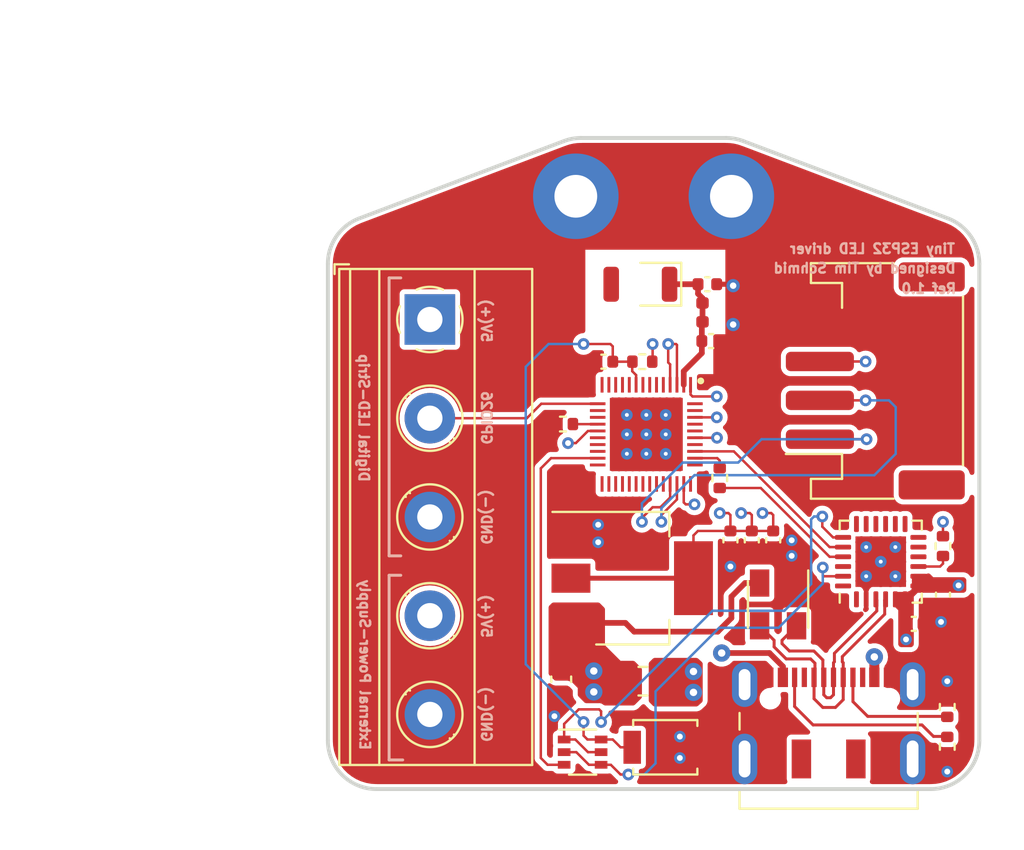
<source format=kicad_pcb>
(kicad_pcb (version 20211014) (generator pcbnew)
  (layers (0 "F.Cu" signal "Front") (1 "In1.Cu" power) (2 "In2.Cu" power) (31 "B.Cu" signal "Back") (34 "B.Paste" user) (35 "F.Paste" user) (36 "B.SilkS" user "B.Silkscreen") (37 "F.SilkS" user "F.Silkscreen") (38 "B.Mask" user) (39 "F.Mask" user) (44 "Edge.Cuts" user))
  (net 0 "")
  (net 2 "GND")
  (net 3 "/ESP32-U4WDH/ANTENNA")
  (net 4 "EN")
  (net 5 "+3V3")
  (net 6 "D-")
  (net 17 "/ESP32-U4WDH/MTDI")
  (net 21 "GPIO0")
  (net 33 "SCL")
  (net 34 "SDA")
  (net 37 "U0RXD")
  (net 38 "U0TXD")
  (net 44 "+5V")
  (net 46 "/5V to 3.3V Power/VBUS")
  (net 48 "/USB to UART /RTS")
  (net 49 "/USB to UART /DTR")
  (net 50 "/5V to 3.3V Power/CC1")
  (net 51 "/5V to 3.3V Power/CC2")
  (net 52 "/USB to UART /RST")
  (net 53 "/USB to UART /TXD")
  (net 54 "D+")
  (net 67 "GPIO26")
  (footprint "Capacitor_SMD:C_0402_1005Metric" (layer "F.Cu") (at 141.765 82.025)
    (fp_text reference "C1" hide)
    (fp_text value "8p")
    (pad "1" smd roundrect locked (at -0.48 0) (size 0.56 0.62) (layers "F.Cu" "F.Paste" "F.Mask") (net 3 "/ESP32-U4WDH/ANTENNA"))
    (pad "2" smd roundrect locked (at 0.48 0) (size 0.56 0.62) (layers "F.Cu" "F.Paste" "F.Mask") (net 2 "GND"))
  )
  (footprint "TerminalBlock_Phoenix:TerminalBlock_Phoenix_MKDS-1,5-5-5.08_1x05_P5.08mm_Horizontal" (layer "F.Cu") (at 127.495 83.84 -90)
    (fp_text reference "J2" hide)
    (fp_text value "Screw_Terminal_01x05")
    (pad "1" thru_hole rect locked (at 0 0 270) (size 2.6 2.6) (drill 1.3) (layers *.Cu *.Mask) (net 44 "+5V"))
    (pad "2" thru_hole circle locked (at 5.08 0 270) (size 2.6 2.6) (drill 1.3) (layers *.Cu *.Mask) (net 67 "GPIO26"))
    (pad "3" thru_hole circle locked (at 10.16 0 270) (size 2.6 2.6) (drill 1.3) (layers *.Cu *.Mask) (net 2 "GND"))
    (pad "4" thru_hole circle locked (at 15.24 0 270) (size 2.6 2.6) (drill 1.3) (layers *.Cu *.Mask) (net 44 "+5V"))
    (pad "5" thru_hole circle locked (at 20.32 0 270) (size 2.6 2.6) (drill 1.3) (layers *.Cu *.Mask) (net 2 "GND"))
  )
  (footprint "RF_Antenna:YAGEO_ANT3216LL00R2400A" (layer "F.Cu") (at 138.32 82.025 180)
    (fp_text reference "A1" hide)
    (fp_text value "YAGEO_ANT3216LL00R2400A")
    (pad "1" smd roundrect (at -1.5 0 180) (size 0.8 1.8) (layers "F.Cu" "F.Paste" "F.Mask") (net 3 "/ESP32-U4WDH/ANTENNA"))
    (pad "2" smd roundrect (at 1.5 0 180) (size 0.8 1.8) (layers "F.Cu" "F.Paste" "F.Mask"))
  )
  (footprint "Package_TO_SOT_SMD:SOT-143" (layer "F.Cu") (at 145.4 98.5 -90)
    (fp_text reference "D1" hide)
    (fp_text value "SP0503BAHT")
    (pad "1" smd rect locked (at -1.1 -0.77 180) (size 1.2 1.4) (layers "F.Cu" "F.Paste" "F.Mask") (net 2 "GND"))
    (pad "2" smd rect locked (at -1.1 0.95 180) (size 1 1.4) (layers "F.Cu" "F.Paste" "F.Mask") (net 44 "+5V"))
    (pad "3" smd rect locked (at 1.1 0.95 180) (size 1 1.4) (layers "F.Cu" "F.Paste" "F.Mask") (net 6 "D-"))
    (pad "4" smd rect locked (at 1.1 -0.95 180) (size 1 1.4) (layers "F.Cu" "F.Paste" "F.Mask") (net 54 "D+"))
  )
  (footprint "Package_DFN_QFN:QFN-24-1EP_4x4mm_P0.5mm_EP2.6x2.6mm" (layer "F.Cu") (at 150.68 96.3 90)
    (fp_text reference "U1" hide)
    (fp_text value "CP2102N-Axx-xQFN24")
    (pad "1" smd roundrect (at -1.9375 -1.25 90) (size 0.825 0.25) (layers "F.Cu" "F.Paste" "F.Mask"))
    (pad "2" smd roundrect (at -1.9375 -0.75 90) (size 0.825 0.25) (layers "F.Cu" "F.Paste" "F.Mask") (net 2 "GND"))
    (pad "3" smd roundrect (at -1.9375 -0.25 90) (size 0.825 0.25) (layers "F.Cu" "F.Paste" "F.Mask") (net 54 "D+"))
    (pad "4" smd roundrect (at -1.9375 0.25 90) (size 0.825 0.25) (layers "F.Cu" "F.Paste" "F.Mask") (net 6 "D-"))
    (pad "5" smd roundrect (at -1.9375 0.75 90) (size 0.825 0.25) (layers "F.Cu" "F.Paste" "F.Mask") (net 5 "+3V3"))
    (pad "6" smd roundrect (at -1.9375 1.25 90) (size 0.825 0.25) (layers "F.Cu" "F.Paste" "F.Mask") (net 5 "+3V3"))
    (pad "7" smd roundrect (at -1.25 1.9375 90) (size 0.25 0.825) (layers "F.Cu" "F.Paste" "F.Mask") (net 5 "+3V3"))
    (pad "8" smd roundrect (at -0.75 1.9375 90) (size 0.25 0.825) (layers "F.Cu" "F.Paste" "F.Mask") (net 5 "+3V3"))
    (pad "9" smd roundrect (at -0.25 1.9375 90) (size 0.25 0.825) (layers "F.Cu" "F.Paste" "F.Mask") (net 52 "/USB to UART /RST"))
    (pad "10" smd roundrect (at 0.25 1.9375 90) (size 0.25 0.825) (layers "F.Cu" "F.Paste" "F.Mask"))
    (pad "11" smd roundrect (at 0.75 1.9375 90) (size 0.25 0.825) (layers "F.Cu" "F.Paste" "F.Mask"))
    (pad "12" smd roundrect (at 1.25 1.9375 90) (size 0.25 0.825) (layers "F.Cu" "F.Paste" "F.Mask"))
    (pad "13" smd roundrect (at 1.9375 1.25 90) (size 0.825 0.25) (layers "F.Cu" "F.Paste" "F.Mask"))
    (pad "14" smd roundrect (at 1.9375 0.75 90) (size 0.825 0.25) (layers "F.Cu" "F.Paste" "F.Mask"))
    (pad "15" smd roundrect (at 1.9375 0.25 90) (size 0.825 0.25) (layers "F.Cu" "F.Paste" "F.Mask"))
    (pad "16" smd roundrect (at 1.9375 -0.25 90) (size 0.825 0.25) (layers "F.Cu" "F.Paste" "F.Mask"))
    (pad "17" smd roundrect (at 1.9375 -0.75 90) (size 0.825 0.25) (layers "F.Cu" "F.Paste" "F.Mask"))
    (pad "18" smd roundrect (at 1.9375 -1.25 90) (size 0.825 0.25) (layers "F.Cu" "F.Paste" "F.Mask"))
    (pad "19" smd roundrect (at 1.25 -1.9375 90) (size 0.25 0.825) (layers "F.Cu" "F.Paste" "F.Mask") (net 48 "/USB to UART /RTS"))
    (pad "20" smd roundrect (at 0.75 -1.9375 90) (size 0.25 0.825) (layers "F.Cu" "F.Paste" "F.Mask") (net 38 "U0TXD"))
    (pad "21" smd roundrect (at 0.25 -1.9375 90) (size 0.25 0.825) (layers "F.Cu" "F.Paste" "F.Mask") (net 53 "/USB to UART /TXD"))
    (pad "22" smd roundrect (at -0.25 -1.9375 90) (size 0.25 0.825) (layers "F.Cu" "F.Paste" "F.Mask"))
    (pad "23" smd roundrect (at -0.75 -1.9375 90) (size 0.25 0.825) (layers "F.Cu" "F.Paste" "F.Mask") (net 49 "/USB to UART /DTR"))
    (pad "24" smd roundrect (at -1.25 -1.9375 90) (size 0.25 0.825) (layers "F.Cu" "F.Paste" "F.Mask"))
    (pad "25" thru_hole circle (at 0.75 0.75 90) (size 0.6 0.6) (drill 0.2) (layers *.Cu *.Mask) (net 2 "GND"))
    (pad "25" thru_hole circle (at 0 0 90) (size 0.6 0.6) (drill 0.2) (layers *.Cu *.Mask) (net 2 "GND"))
    (pad "25" thru_hole circle (at 0.75 -0.75 90) (size 0.6 0.6) (drill 0.2) (layers *.Cu *.Mask) (net 2 "GND"))
    (pad "25" thru_hole circle (at -0.75 -0.75 90) (size 0.6 0.6) (drill 0.2) (layers *.Cu *.Mask) (net 2 "GND"))
    (pad "25" thru_hole circle (at -0.75 0.75 90) (size 0.6 0.6) (drill 0.2) (layers *.Cu *.Mask) (net 2 "GND"))
    (pad "25" smd rect (at 0 0 90) (size 2.6 2.6) (layers "F.Cu" "F.Mask") (net 2 "GND"))
  )
  (footprint "Button_Switch_SMD:SW_SPST_B3U-1000P" (layer "F.Cu") (at 139.6 105.85)
    (fp_text reference "SW1" hide)
    (fp_text value "SW_Push")
    (pad "1" smd rect locked (at -1.7 0) (size 0.9 1.7) (layers "F.Cu" "F.Paste" "F.Mask") (net 4 "EN"))
    (pad "2" smd rect locked (at 1.7 0) (size 0.9 1.7) (layers "F.Cu" "F.Paste" "F.Mask") (net 2 "GND"))
  )
  (footprint "Capacitor_SMD:C_0402_1005Metric" (layer "F.Cu") (at 142.95 95.2 -90)
    (fp_text reference "C7" hide)
    (fp_text value "10u")
    (pad "1" smd roundrect locked (at -0.48 0 270) (size 0.56 0.62) (layers "F.Cu" "F.Paste" "F.Mask") (net 5 "+3V3"))
    (pad "2" smd roundrect locked (at 0.48 0 270) (size 0.56 0.62) (layers "F.Cu" "F.Paste" "F.Mask") (net 2 "GND"))
  )
  (footprint "MountingHole:MountingHole_2.2mm_M2_Pad" (layer "F.Cu") (at 135 77.5)
    (fp_text reference "H1" hide)
    (fp_text value "MountingHole_Pad")
    (pad "1" thru_hole circle locked (at 0 0) (size 4.4 4.4) (drill 2.2) (layers *.Cu *.Mask) (net 2 "GND"))
  )
  (footprint "Resistor_SMD:R_0402_1005Metric" (layer "F.Cu") (at 154.1 105.825 -90)
    (fp_text reference "R7" hide)
    (fp_text value "5.11K")
    (pad "1" smd roundrect locked (at -0.51 0 270) (size 0.54 0.64) (layers "F.Cu" "F.Paste" "F.Mask") (net 50 "/5V to 3.3V Power/CC1"))
    (pad "2" smd roundrect locked (at 0.51 0 270) (size 0.54 0.64) (layers "F.Cu" "F.Paste" "F.Mask") (net 2 "GND"))
  )
  (footprint "Resistor_SMD:R_0402_1005Metric" (layer "F.Cu") (at 138.42 86.01 180)
    (fp_text reference "R1" hide)
    (fp_text value "100k")
    (pad "1" smd roundrect locked (at -0.51 0 180) (size 0.54 0.64) (layers "F.Cu" "F.Paste" "F.Mask") (net 5 "+3V3"))
    (pad "2" smd roundrect locked (at 0.51 0 180) (size 0.54 0.64) (layers "F.Cu" "F.Paste" "F.Mask") (net 4 "EN"))
  )
  (footprint "Capacitor_SMD:C_0402_1005Metric" (layer "F.Cu") (at 136.42 86.01 180)
    (fp_text reference "C3" hide)
    (fp_text value "100n")
    (pad "1" smd roundrect locked (at -0.48 0 180) (size 0.56 0.62) (layers "F.Cu" "F.Paste" "F.Mask") (net 4 "EN"))
    (pad "2" smd roundrect locked (at 0.48 0 180) (size 0.56 0.62) (layers "F.Cu" "F.Paste" "F.Mask") (net 2 "GND"))
  )
  (footprint "Connector_USB:USB_C_Receptacle_JAE_DX07S016JA1R1500" (layer "F.Cu") (at 148 105.3)
    (fp_text reference "J1" hide)
    (fp_text value "USB_C_Receptacle_USB2.0")
    (pad "" np_thru_hole circle locked (at -3 -1.95) (size 0.6 0.6) (drill 0.6) (layers F&B.Cu *.Mask))
    (pad "" smd rect locked (at 1.4 1.15) (size 1 2) (layers "F.Cu" "F.Paste" "F.Mask"))
    (pad "" np_thru_hole oval locked (at 3 -1.95) (size 0.85 0.6) (drill oval 0.85 0.6) (layers F&B.Cu *.Mask))
    (pad "" smd rect locked (at -1.4 1.15) (size 1 2) (layers "F.Cu" "F.Paste" "F.Mask"))
    (pad "A1" smd rect locked (at -3.1 -3.05) (size 0.52 1) (layers "F.Cu" "F.Paste" "F.Mask") (net 2 "GND"))
    (pad "A4" smd rect locked (at -2.35 -3.05) (size 0.52 1) (layers "F.Cu" "F.Paste" "F.Mask") (net 46 "/5V to 3.3V Power/VBUS"))
    (pad "A5" smd rect locked (at -1.75 -3.05) (size 0.27 1) (layers "F.Cu" "F.Paste" "F.Mask") (net 50 "/5V to 3.3V Power/CC1"))
    (pad "A6" smd rect locked (at -0.25 -3.05) (size 0.27 1) (layers "F.Cu" "F.Paste" "F.Mask") (net 54 "D+"))
    (pad "A7" smd rect locked (at 0.75 -3.05) (size 0.27 1) (layers "F.Cu" "F.Paste" "F.Mask") (net 6 "D-"))
    (pad "A8" smd rect locked (at 1.75 -3.05) (size 0.27 1) (layers "F.Cu" "F.Paste" "F.Mask"))
    (pad "A9" smd rect locked (at 2.35 -3.05) (size 0.52 1) (layers "F.Cu" "F.Paste" "F.Mask") (net 46 "/5V to 3.3V Power/VBUS"))
    (pad "A12" smd rect locked (at 3.1 -3.05) (size 0.52 1) (layers "F.Cu" "F.Paste" "F.Mask") (net 2 "GND"))
    (pad "B1" smd rect locked (at 3.1 -3.05) (size 0.52 1) (layers "F.Cu" "F.Paste" "F.Mask") (net 2 "GND"))
    (pad "B4" smd rect locked (at 2.35 -3.05) (size 0.52 1) (layers "F.Cu" "F.Paste" "F.Mask") (net 46 "/5V to 3.3V Power/VBUS"))
    (pad "B5" smd rect locked (at 1.25 -3.05) (size 0.27 1) (layers "F.Cu" "F.Paste" "F.Mask") (net 51 "/5V to 3.3V Power/CC2"))
    (pad "B6" smd rect locked (at 0.25 -3.05) (size 0.27 1) (layers "F.Cu" "F.Paste" "F.Mask") (net 54 "D+"))
    (pad "B7" smd rect locked (at -0.75 -3.05) (size 0.27 1) (layers "F.Cu" "F.Paste" "F.Mask") (net 6 "D-"))
    (pad "B8" smd rect locked (at -1.25 -3.05) (size 0.27 1) (layers "F.Cu" "F.Paste" "F.Mask"))
    (pad "B9" smd rect locked (at -2.35 -3.05) (size 0.52 1) (layers "F.Cu" "F.Paste" "F.Mask") (net 46 "/5V to 3.3V Power/VBUS"))
    (pad "B12" smd rect locked (at -3.1 -3.05) (size 0.52 1) (layers "F.Cu" "F.Paste" "F.Mask") (net 2 "GND"))
    (pad "S1" thru_hole oval locked (at 4.32 -2.675) (size 1.3 2.3) (drill oval 0.6 1.6) (layers *.Cu *.Mask) (net 2 "GND"))
    (pad "S1" thru_hole oval locked (at 4.32 1.15) (size 1.3 2.6) (drill oval 0.6 1.9) (layers *.Cu *.Mask) (net 2 "GND"))
    (pad "S1" thru_hole oval locked (at -4.32 1.15) (size 1.3 2.6) (drill oval 0.6 1.9) (layers *.Cu *.Mask) (net 2 "GND"))
    (pad "S1" thru_hole oval locked (at -4.32 -2.675) (size 1.3 2.3) (drill oval 0.6 1.6) (layers *.Cu *.Mask) (net 2 "GND"))
  )
  (footprint "Resistor_SMD:R_0402_1005Metric" (layer "F.Cu") (at 134.34 89.22 180)
    (fp_text reference "R2" hide)
    (fp_text value "100k")
    (pad "1" smd roundrect locked (at -0.51 0 180) (size 0.54 0.64) (layers "F.Cu" "F.Paste" "F.Mask") (net 17 "/ESP32-U4WDH/MTDI"))
    (pad "2" smd roundrect locked (at 0.51 0 180) (size 0.54 0.64) (layers "F.Cu" "F.Paste" "F.Mask") (net 2 "GND"))
  )
  (footprint "ESP32-U4WDH:QFN35P500X500X90-49N-D" (layer "F.Cu") (at 138.625 89.75 -90)
    (fp_text reference "IC1" hide)
    (fp_text value "ESP32-U4WDH" hide)
    (pad "1" smd rect (at -2.55 -2.275) (size 0.15 0.8) (layers "F.Cu" "F.Paste" "F.Mask") (net 5 "+3V3"))
    (pad "2" smd rect (at -2.55 -1.925) (size 0.15 0.8) (layers "F.Cu" "F.Paste" "F.Mask") (net 3 "/ESP32-U4WDH/ANTENNA"))
    (pad "3" smd rect (at -2.55 -1.575) (size 0.15 0.8) (layers "F.Cu" "F.Paste" "F.Mask") (net 5 "+3V3"))
    (pad "4" smd rect (at -2.55 -1.225) (size 0.15 0.8) (layers "F.Cu" "F.Paste" "F.Mask") (net 5 "+3V3"))
    (pad "5" smd rect (at -2.55 -0.875) (size 0.15 0.8) (layers "F.Cu" "F.Paste" "F.Mask"))
    (pad "6" smd rect (at -2.55 -0.525) (size 0.15 0.8) (layers "F.Cu" "F.Paste" "F.Mask"))
    (pad "7" smd rect (at -2.55 -0.175) (size 0.15 0.8) (layers "F.Cu" "F.Paste" "F.Mask"))
    (pad "8" smd rect (at -2.55 0.175) (size 0.15 0.8) (layers "F.Cu" "F.Paste" "F.Mask"))
    (pad "9" smd rect (at -2.55 0.525) (size 0.15 0.8) (layers "F.Cu" "F.Paste" "F.Mask") (net 4 "EN"))
    (pad "10" smd rect (at -2.55 0.875) (size 0.15 0.8) (layers "F.Cu" "F.Paste" "F.Mask"))
    (pad "11" smd rect (at -2.55 1.225) (size 0.15 0.8) (layers "F.Cu" "F.Paste" "F.Mask"))
    (pad "12" smd rect (at -2.55 1.575) (size 0.15 0.8) (layers "F.Cu" "F.Paste" "F.Mask"))
    (pad "13" smd rect (at -2.55 1.925) (size 0.15 0.8) (layers "F.Cu" "F.Paste" "F.Mask"))
    (pad "14" smd rect (at -2.55 2.275) (size 0.15 0.8) (layers "F.Cu" "F.Paste" "F.Mask"))
    (pad "15" smd rect (at -1.575 2.5 270) (size 0.15 0.8) (layers "F.Cu" "F.Paste" "F.Mask") (net 67 "GPIO26"))
    (pad "16" smd rect (at -1.225 2.5 270) (size 0.15 0.8) (layers "F.Cu" "F.Paste" "F.Mask"))
    (pad "17" smd rect (at -0.875 2.5 270) (size 0.15 0.8) (layers "F.Cu" "F.Paste" "F.Mask"))
    (pad "18" smd rect (at -0.525 2.5 270) (size 0.15 0.8) (layers "F.Cu" "F.Paste" "F.Mask") (net 17 "/ESP32-U4WDH/MTDI"))
    (pad "19" smd rect (at -0.175 2.5 270) (size 0.15 0.8) (layers "F.Cu" "F.Paste" "F.Mask") (net 5 "+3V3"))
    (pad "20" smd rect (at 0.175 2.5 270) (size 0.15 0.8) (layers "F.Cu" "F.Paste" "F.Mask"))
    (pad "21" smd rect (at 0.525 2.5 270) (size 0.15 0.8) (layers "F.Cu" "F.Paste" "F.Mask"))
    (pad "22" smd rect (at 0.875 2.5 270) (size 0.15 0.8) (layers "F.Cu" "F.Paste" "F.Mask"))
    (pad "23" smd rect (at 1.225 2.5 270) (size 0.15 0.8) (layers "F.Cu" "F.Paste" "F.Mask") (net 21 "GPIO0"))
    (pad "24" smd rect (at 1.575 2.5 270) (size 0.15 0.8) (layers "F.Cu" "F.Paste" "F.Mask"))
    (pad "25" smd rect (at 2.55 2.275) (size 0.15 0.8) (layers "F.Cu" "F.Paste" "F.Mask"))
    (pad "26" smd rect (at 2.55 1.925) (size 0.15 0.8) (layers "F.Cu" "F.Paste" "F.Mask"))
    (pad "27" smd rect (at 2.55 1.575) (size 0.15 0.8) (layers "F.Cu" "F.Paste" "F.Mask"))
    (pad "28" smd rect (at 2.55 1.225) (size 0.15 0.8) (layers "F.Cu" "F.Paste" "F.Mask"))
    (pad "29" smd rect (at 2.55 0.875) (size 0.15 0.8) (layers "F.Cu" "F.Paste" "F.Mask"))
    (pad "30" smd rect (at 2.55 0.525) (size 0.15 0.8) (layers "F.Cu" "F.Paste" "F.Mask"))
    (pad "31" smd rect (at 2.55 0.175) (size 0.15 0.8) (layers "F.Cu" "F.Paste" "F.Mask"))
    (pad "32" smd rect (at 2.55 -0.175) (size 0.15 0.8) (layers "F.Cu" "F.Paste" "F.Mask"))
    (pad "33" smd rect (at 2.55 -0.525) (size 0.15 0.8) (layers "F.Cu" "F.Paste" "F.Mask"))
    (pad "34" smd rect (at 2.55 -0.875) (size 0.15 0.8) (layers "F.Cu" "F.Paste" "F.Mask"))
    (pad "35" smd rect (at 2.55 -1.225) (size 0.15 0.8) (layers "F.Cu" "F.Paste" "F.Mask") (net 33 "SCL"))
    (pad "36" smd rect (at 2.55 -1.575) (size 0.15 0.8) (layers "F.Cu" "F.Paste" "F.Mask") (net 34 "SDA"))
    (pad "37" smd rect (at 2.55 -1.925) (size 0.15 0.8) (layers "F.Cu" "F.Paste" "F.Mask") (net 5 "+3V3"))
    (pad "38" smd rect (at 2.55 -2.275) (size 0.15 0.8) (layers "F.Cu" "F.Paste" "F.Mask"))
    (pad "39" smd rect (at 1.575 -2.5 270) (size 0.15 0.8) (layers "F.Cu" "F.Paste" "F.Mask"))
    (pad "40" smd rect (at 1.225 -2.5 270) (size 0.15 0.8) (layers "F.Cu" "F.Paste" "F.Mask") (net 37 "U0RXD"))
    (pad "41" smd rect (at 0.875 -2.5 270) (size 0.15 0.8) (layers "F.Cu" "F.Paste" "F.Mask") (net 38 "U0TXD"))
    (pad "42" smd rect (at 0.525 -2.5 270) (size 0.15 0.8) (layers "F.Cu" "F.Paste" "F.Mask"))
    (pad "43" smd rect (at 0.175 -2.5 270) (size 0.15 0.8) (layers "F.Cu" "F.Paste" "F.Mask") (net 5 "+3V3"))
    (pad "44" smd rect (at -0.175 -2.5 270) (size 0.15 0.8) (layers "F.Cu" "F.Paste" "F.Mask"))
    (pad "45" smd rect (at -0.525 -2.5 270) (size 0.15 0.8) (layers "F.Cu" "F.Paste" "F.Mask"))
    (pad "46" smd rect (at -0.875 -2.5 270) (size 0.15 0.8) (layers "F.Cu" "F.Paste" "F.Mask") (net 5 "+3V3"))
    (pad "47" smd rect (at -1.225 -2.5 270) (size 0.15 0.8) (layers "F.Cu" "F.Paste" "F.Mask"))
    (pad "48" smd rect (at -1.575 -2.5 270) (size 0.15 0.8) (layers "F.Cu" "F.Paste" "F.Mask"))
    (pad "49" thru_hole circle (at 1 -1 270) (size 0.6 0.6) (drill 0.2) (layers *.Cu *.Mask) (net 2 "GND"))
    (pad "49" thru_hole circle (at 1 1 270) (size 0.6 0.6) (drill 0.2) (layers *.Cu *.Mask) (net 2 "GND"))
    (pad "49" thru_hole circle (at 0 1 270) (size 0.6 0.6) (drill 0.2) (layers *.Cu *.Mask) (net 2 "GND"))
    (pad "49" smd rect (at 0 0 270) (size 3.75 3.75) (layers "F.Cu" "F.Paste" "F.Mask") (net 2 "GND"))
    (pad "49" thru_hole circle (at -1 -1 270) (size 0.6 0.6) (drill 0.2) (layers *.Cu *.Mask) (net 2 "GND"))
    (pad "49" thru_hole circle (at -1 0 270) (size 0.6 0.6) (drill 0.2) (layers *.Cu *.Mask) (net 2 "GND"))
    (pad "49" thru_hole circle (at 0 -1 270) (size 0.6 0.6) (drill 0.2) (layers *.Cu *.Mask) (net 2 "GND"))
    (pad "49" thru_hole circle (at 0 0 270) (size 0.6 0.6) (drill 0.2) (layers *.Cu *.Mask) (net 2 "GND"))
    (pad "49" thru_hole circle (at -1 1 270) (size 0.6 0.6) (drill 0.2) (layers *.Cu *.Mask) (net 2 "GND"))
    (pad "49" thru_hole circle (at 1 0 270) (size 0.6 0.6) (drill 0.2) (layers *.Cu *.Mask) (net 2 "GND"))
  )
  (footprint "Capacitor_SMD:C_0402_1005Metric" (layer "F.Cu") (at 144.05 95.2 -90)
    (fp_text reference "C8" hide)
    (fp_text value "4.7u")
    (pad "1" smd roundrect locked (at -0.48 0 270) (size 0.56 0.62) (layers "F.Cu" "F.Paste" "F.Mask") (net 5 "+3V3"))
    (pad "2" smd roundrect locked (at 0.48 0 270) (size 0.56 0.62) (layers "F.Cu" "F.Paste" "F.Mask") (net 2 "GND"))
  )
  (footprint "Capacitor_SMD:C_0402_1005Metric" (layer "F.Cu") (at 153.88 98 -90)
    (fp_text reference "C4" hide)
    (fp_text value "4.7u")
    (pad "1" smd roundrect locked (at -0.48 0 270) (size 0.56 0.62) (layers "F.Cu" "F.Paste" "F.Mask") (net 5 "+3V3"))
    (pad "2" smd roundrect locked (at 0.48 0 270) (size 0.56 0.62) (layers "F.Cu" "F.Paste" "F.Mask") (net 2 "GND"))
  )
  (footprint "Capacitor_SMD:C_0603_1608Metric" (layer "F.Cu") (at 134.25 102.35 -90)
    (fp_text reference "C6" hide)
    (fp_text value "10u")
    (pad "1" smd roundrect locked (at -0.775 0 270) (size 0.9 0.95) (layers "F.Cu" "F.Paste" "F.Mask") (net 44 "+5V"))
    (pad "2" smd roundrect locked (at 0.775 0 270) (size 0.9 0.95) (layers "F.Cu" "F.Paste" "F.Mask") (net 2 "GND"))
  )
  (footprint "Resistor_SMD:R_0402_1005Metric" (layer "F.Cu") (at 154.1 103.775 90)
    (fp_text reference "R6" hide)
    (fp_text value "5.11k")
    (pad "1" smd roundrect locked (at -0.51 0 90) (size 0.54 0.64) (layers "F.Cu" "F.Paste" "F.Mask") (net 51 "/5V to 3.3V Power/CC2"))
    (pad "2" smd roundrect locked (at 0.51 0 90) (size 0.54 0.64) (layers "F.Cu" "F.Paste" "F.Mask") (net 2 "GND"))
  )
  (footprint "Connector_JST:JST_PH_S4B-PH-SM4-TB_1x04-1MP_P2.00mm_Horizontal" (layer "F.Cu") (at 150.4 87 90)
    (fp_text reference "J3" hide)
    (fp_text value "JST-PH-4")
    (pad "1" smd roundrect locked (at -3 -2.85 90) (size 1 3.5) (layers "F.Cu" "F.Paste" "F.Mask") (net 33 "SCL"))
    (pad "2" smd roundrect locked (at -1 -2.85 90) (size 1 3.5) (layers "F.Cu" "F.Paste" "F.Mask") (net 34 "SDA"))
    (pad "3" smd roundrect locked (at 1 -2.85 90) (size 1 3.5) (layers "F.Cu" "F.Paste" "F.Mask") (net 5 "+3V3"))
    (pad "4" smd roundrect locked (at 3 -2.85 90) (size 1 3.5) (layers "F.Cu" "F.Paste" "F.Mask") (net 2 "GND"))
    (pad "MP" smd roundrect locked (at 5.35 2.9 90) (size 1.5 3.4) (layers "F.Cu" "F.Paste" "F.Mask") (roundrect_rratio 0.1666673333))
    (pad "MP" smd roundrect locked (at -5.35 2.9 90) (size 1.5 3.4) (layers "F.Cu" "F.Paste" "F.Mask") (roundrect_rratio 0.1666673333))
  )
  (footprint "Resistor_SMD:R_0805_2012Metric_Pad1.20x1.40mm_HandSolder" (layer "F.Cu") (at 138.45 102.45 180)
    (fp_text reference "R5" hide)
    (fp_text value "0R")
    (pad "1" smd roundrect locked (at -1 0 180) (size 1.2 1.4) (layers "F.Cu" "F.Paste" "F.Mask") (roundrect_rratio 0.2083333333) (net 46 "/5V to 3.3V Power/VBUS"))
    (pad "2" smd roundrect locked (at 1 0 180) (size 1.2 1.4) (layers "F.Cu" "F.Paste" "F.Mask") (roundrect_rratio 0.2083333333) (net 44 "+5V"))
  )
  (footprint "Capacitor_SMD:C_0402_1005Metric" (layer "F.Cu") (at 152.38 99.5)
    (fp_text reference "C5" hide)
    (fp_text value "10n")
    (pad "1" smd roundrect locked (at -0.48 0) (size 0.56 0.62) (layers "F.Cu" "F.Paste" "F.Mask") (net 5 "+3V3"))
    (pad "2" smd roundrect locked (at 0.48 0) (size 0.56 0.62) (layers "F.Cu" "F.Paste" "F.Mask") (net 2 "GND"))
  )
  (footprint "Resistor_SMD:R_0402_1005Metric" (layer "F.Cu") (at 153.88 95.5 -90)
    (fp_text reference "R3" hide)
    (fp_text value "1k")
    (pad "1" smd roundrect locked (at -0.51 0 270) (size 0.54 0.64) (layers "F.Cu" "F.Paste" "F.Mask") (net 5 "+3V3"))
    (pad "2" smd roundrect locked (at 0.51 0 270) (size 0.54 0.64) (layers "F.Cu" "F.Paste" "F.Mask") (net 52 "/USB to UART /RST"))
  )
  (footprint "Inductor_SMD:L_0402_1005Metric" (layer "F.Cu") (at 141.515 83.475 -90)
    (fp_text reference "L1" hide)
    (fp_text value "1n")
    (pad "1" smd roundrect locked (at -0.485 0 270) (size 0.59 0.64) (layers "F.Cu" "F.Paste" "F.Mask") (net 3 "/ESP32-U4WDH/ANTENNA"))
    (pad "2" smd roundrect locked (at 0.485 0 270) (size 0.59 0.64) (layers "F.Cu" "F.Paste" "F.Mask") (net 3 "/ESP32-U4WDH/ANTENNA"))
  )
  (footprint "MountingHole:MountingHole_2.2mm_M2_Pad" (layer "F.Cu") (at 143 77.5)
    (fp_text reference "H2" hide)
    (fp_text value "MountingHole_Pad")
    (pad "1" thru_hole circle locked (at 0 0) (size 4.4 4.4) (drill 2.2) (layers *.Cu *.Mask) (net 2 "GND"))
  )
  (footprint "Capacitor_SMD:C_0402_1005Metric" (layer "F.Cu") (at 145.15 95.2 -90)
    (fp_text reference "C9" hide)
    (fp_text value "100n")
    (pad "1" smd roundrect locked (at -0.48 0 270) (size 0.56 0.62) (layers "F.Cu" "F.Paste" "F.Mask") (net 5 "+3V3"))
    (pad "2" smd roundrect locked (at 0.48 0 270) (size 0.56 0.62) (layers "F.Cu" "F.Paste" "F.Mask") (net 2 "GND"))
  )
  (footprint "Resistor_SMD:R_0402_1005Metric" (layer "F.Cu") (at 142.4 92 90)
    (fp_text reference "R4" hide)
    (fp_text value "499R")
    (pad "1" smd roundrect locked (at -0.51 0 90) (size 0.54 0.64) (layers "F.Cu" "F.Paste" "F.Mask") (net 53 "/USB to UART /TXD"))
    (pad "2" smd roundrect locked (at 0.51 0 90) (size 0.54 0.64) (layers "F.Cu" "F.Paste" "F.Mask") (net 37 "U0RXD"))
  )
  (footprint "Capacitor_SMD:C_0402_1005Metric" (layer "F.Cu") (at 141.96 84.95)
    (fp_text reference "C2" hide)
    (fp_text value "10p")
    (pad "1" smd roundrect locked (at -0.48 0) (size 0.56 0.62) (layers "F.Cu" "F.Paste" "F.Mask") (net 3 "/ESP32-U4WDH/ANTENNA"))
    (pad "2" smd roundrect locked (at 0.48 0) (size 0.56 0.62) (layers "F.Cu" "F.Paste" "F.Mask") (net 2 "GND"))
  )
  (footprint "Package_TO_SOT_SMD:SOT-363_SC-70-6" (layer "F.Cu") (at 135.35 106.1)
    (fp_text reference "Q1" hide)
    (fp_text value "MUN5211DW1")
    (pad "1" smd rect locked (at -0.95 -0.65) (size 0.65 0.4) (layers "F.Cu" "F.Paste" "F.Mask") (net 48 "/USB to UART /RTS"))
    (pad "2" smd rect locked (at -0.95 0) (size 0.65 0.4) (layers "F.Cu" "F.Paste" "F.Mask") (net 49 "/USB to UART /DTR"))
    (pad "3" smd rect locked (at -0.95 0.65) (size 0.65 0.4) (layers "F.Cu" "F.Paste" "F.Mask") (net 21 "GPIO0"))
    (pad "4" smd rect locked (at 0.95 0.65) (size 0.65 0.4) (layers "F.Cu" "F.Paste" "F.Mask") (net 49 "/USB to UART /DTR"))
    (pad "5" smd rect locked (at 0.95 0) (size 0.65 0.4) (layers "F.Cu" "F.Paste" "F.Mask") (net 48 "/USB to UART /RTS"))
    (pad "6" smd rect locked (at 0.95 -0.65) (size 0.65 0.4) (layers "F.Cu" "F.Paste" "F.Mask") (net 4 "EN"))
  )
  (footprint "Package_TO_SOT_SMD:SOT-223-3_TabPin2" (layer "F.Cu") (at 137.9 97.15)
    (fp_text reference "U2" hide)
    (fp_text value "AMS1117-3.3")
    (pad "1" smd rect locked (at -3.15 -2.3) (size 2 1.5) (layers "F.Cu" "F.Paste" "F.Mask") (net 2 "GND"))
    (pad "2" smd rect locked (at 3.15 0) (size 2 3.8) (layers "F.Cu" "F.Paste" "F.Mask") (net 5 "+3V3"))
    (pad "2" smd rect locked (at -3.15 0) (size 2 1.5) (layers "F.Cu" "F.Paste" "F.Mask") (net 5 "+3V3"))
    (pad "3" smd rect locked (at -3.15 2.3) (size 2 1.5) (layers "F.Cu" "F.Paste" "F.Mask") (net 44 "+5V"))
  )
  (gr_line (start 125.4 106.5) (end 126.1 106.5) (layer "B.SilkS") (width 0.1524))
  (gr_line (start 125.4 96) (end 125.4 81.7) (layer "B.SilkS") (width 0.1524))
  (gr_line (start 126 96) (end 125.4 96) (layer "B.SilkS") (width 0.1524))
  (gr_line (start 126 97) (end 125.4 97) (layer "B.SilkS") (width 0.1524))
  (gr_line (start 125.4 81.7) (end 126 81.7) (layer "B.SilkS") (width 0.1524))
  (gr_line (start 125.4 97) (end 125.4 106.5) (layer "B.SilkS") (width 0.1524))
  (gr_arc (start 122.25 80.977467) (mid 122.693249 79.556279) (end 123.86582 78.639043) (layer "Edge.Cuts") (width 0.2))
  (gr_arc (start 154.13418 78.639043) (mid 155.306751 79.556279) (end 155.75 80.977467) (layer "Edge.Cuts") (width 0.2))
  (gr_line (start 155.75 80.977467) (end 155.75 105.5) (layer "Edge.Cuts") (width 0.2))
  (gr_arc (start 124.75 108) (mid 122.982233 107.267767) (end 122.25 105.5) (layer "Edge.Cuts") (width 0.2))
  (gr_line (start 135.269353 74.5) (end 142.730647 74.5) (layer "Edge.Cuts") (width 0.2))
  (gr_line (start 123.86582 78.639043) (end 134.385173 74.661576) (layer "Edge.Cuts") (width 0.2))
  (gr_line (start 143.614827 74.661576) (end 154.13418 78.639043) (layer "Edge.Cuts") (width 0.2))
  (gr_arc (start 142.730647 74.5) (mid 143.180058 74.540726) (end 143.614827 74.661576) (layer "Edge.Cuts") (width 0.2))
  (gr_line (start 122.25 105.5) (end 122.25 80.977467) (layer "Edge.Cuts") (width 0.2))
  (gr_line (start 153.25 108) (end 124.75 108) (layer "Edge.Cuts") (width 0.2))
  (gr_arc (start 134.385173 74.661576) (mid 134.819942 74.540726) (end 135.269353 74.5) (layer "Edge.Cuts") (width 0.2))
  (gr_arc (start 155.75 105.5) (mid 155.017767 107.267767) (end 153.25 108) (layer "Edge.Cuts") (width 0.2))
  (gr_text "External Power-Supply" (at 124.15 101.6 270) (layer "B.SilkS") (effects (font (size 0.5 0.5) (thickness 0.125)) (justify mirror)))
  (gr_text "5V(+)\n" (at 130.4 99.1 270) (layer "B.SilkS") (effects (font (size 0.5 0.5) (thickness 0.125)) (justify mirror)))
  (gr_text "GND(-)" (at 130.4 94 270) (layer "B.SilkS") (effects (font (size 0.5 0.5) (thickness 0.125)) (justify mirror)))
  (gr_text "GPIO26\n\n" (at 130 88.9 270) (layer "B.SilkS") (effects (font (size 0.5 0.5) (thickness 0.125)) (justify mirror)))
  (gr_text "Ref 1.0\n\n" (at 153.15 82.65) (layer "B.SilkS") (effects (font (size 0.5 0.5) (thickness 0.125)) (justify mirror)))
  (gr_text "GND(-)" (at 130.4 104.15 270) (layer "B.SilkS") (effects (font (size 0.5 0.5) (thickness 0.125)) (justify mirror)))
  (gr_text "Designed by Tim Schmid\n" (at 149.85 81.2) (layer "B.SilkS") (effects (font (size 0.5 0.5) (thickness 0.125)) (justify mirror)))
  (gr_text "5V(+)\n" (at 130.4 83.9 270) (layer "B.SilkS") (effects (font (size 0.5 0.5) (thickness 0.125)) (justify mirror)))
  (gr_text "Digital LED-Strip\n" (at 124.1 88.9 270) (layer "B.SilkS") (effects (font (size 0.5 0.5) (thickness 0.125)) (justify mirror)))
  (gr_text "Tiny ESP32 LED driver\n" (at 150.25 80.2) (layer "B.SilkS") (effects (font (size 0.5 0.5) (thickness 0.125)) (justify mirror)))
  (segment (start 143.015 82.025) (end 143.09 82.1) (width 0.261112) (layer "F.Cu") (net 2))
  (segment (start 143.09 84.1) (end 143.09 84.8) (width 0.261112) (layer "F.Cu") (net 2))
  (segment (start 142.245 82.025) (end 143.015 82.025) (width 0.261112) (layer "F.Cu") (net 2))
  (segment (start 143.09 84.8) (end 142.94 84.95) (width 0.261112) (layer "F.Cu") (net 2))
  (segment (start 142.94 84.95) (end 142.44 84.95) (width 0.261112) (layer "F.Cu") (net 2))
  (via (at 154.1 107.1) (size 0.6) (drill 0.3) (layers "F.Cu" "B.Cu") (net 2))
  (via (at 136.15 94.4) (size 0.6) (drill 0.3) (layers "F.Cu" "B.Cu") (net 2))
  (via (at 140.35 105.3) (size 0.6) (drill 0.3) (layers "F.Cu" "B.Cu") (net 2))
  (via (at 136.15 95.3) (size 0.6) (drill 0.3) (layers "F.Cu" "B.Cu") (net 2))
  (via (at 154.1 102.45) (size 0.6) (drill 0.3) (layers "F.Cu" "B.Cu") (net 2))
  (via (at 146.1 96) (size 0.6) (drill 0.3) (layers "F.Cu" "B.Cu") (net 2))
  (via (at 140.35 106.4) (size 0.6) (drill 0.3) (layers "F.Cu" "B.Cu") (net 2))
  (via (at 143.09 82.1) (size 0.6858) (drill 0.3302) (layers "F.Cu" "B.Cu") (net 2))
  (via (at 146.1 95.2) (size 0.6) (drill 0.3) (layers "F.Cu" "B.Cu") (net 2))
  (via (at 133.9 104.25) (size 0.6) (drill 0.3) (layers "F.Cu" "B.Cu") (net 2))
  (via (at 142.95 96.55) (size 0.6) (drill 0.3) (layers "F.Cu" "B.Cu") (net 2))
  (via (at 143.09 84.1) (size 0.6858) (drill 0.3302) (layers "F.Cu" "B.Cu") (net 2))
  (via (at 153.78 99.4) (size 0.6) (drill 0.3) (layers "F.Cu" "B.Cu") (net 2))
  (segment (start 139.82 82.025) (end 141.285 82.025) (width 0.29337) (layer "F.Cu") (net 3))
  (segment (start 140.55 87.2) (end 140.55 86.5) (width 0.29337) (layer "F.Cu") (net 3))
  (segment (start 141.285 82.515) (end 141.285 82.025) (width 0.29337) (layer "F.Cu") (net 3))
  (segment (start 141.515 83.96) (end 141.515 82.99) (width 0.29337) (layer "F.Cu") (net 3))
  (segment (start 141.515 82.99) (end 141.515 82.745) (width 0.29337) (layer "F.Cu") (net 3))
  (segment (start 141.48 83.995) (end 141.515 83.96) (width 0.29337) (layer "F.Cu") (net 3))
  (segment (start 141.48 85.57) (end 141.48 84.95) (width 0.29337) (layer "F.Cu") (net 3))
  (segment (start 140.55 86.5) (end 141.48 85.57) (width 0.29337) (layer "F.Cu") (net 3))
  (segment (start 141.515 82.745) (end 141.285 82.515) (width 0.29337) (layer "F.Cu") (net 3))
  (segment (start 141.48 84.95) (end 141.48 83.995) (width 0.29337) (layer "F.Cu") (net 3))
  (segment (start 138.1 86.7) (end 137.9 86.5) (width 0.127) (layer "F.Cu") (net 4))
  (segment (start 138.1 87.2) (end 138.1 86.7) (width 0.127) (layer "F.Cu") (net 4))
  (segment (start 135.4 105.25) (end 135.6 105.45) (width 0.127) (layer "F.Cu") (net 4))
  (segment (start 136.9 86.01) (end 137.91 86.01) (width 0.127) (layer "F.Cu") (net 4))
  (segment (start 136.775 85.1) (end 135.4 85.1) (width 0.127) (layer "F.Cu") (net 4))
  (segment (start 137.9 86.5) (end 137.9 86.02) (width 0.127) (layer "F.Cu") (net 4))
  (segment (start 137.9 86.02) (end 137.91 86.01) (width 0.127) (layer "F.Cu") (net 4))
  (segment (start 137.3 105.85) (end 137.9 105.85) (width 0.127) (layer "F.Cu") (net 4))
  (segment (start 135.4 104.55) (end 135.4 105.25) (width 0.127) (layer "F.Cu") (net 4))
  (segment (start 136.9 86.01) (end 136.9 85.225) (width 0.127) (layer "F.Cu") (net 4))
  (segment (start 136.9 85.225) (end 136.775 85.1) (width 0.127) (layer "F.Cu") (net 4))
  (segment (start 135.6 105.45) (end 136.3 105.45) (width 0.127) (layer "F.Cu") (net 4))
  (segment (start 136.3 105.45) (end 136.9 105.45) (width 0.127) (layer "F.Cu") (net 4))
  (segment (start 136.9 105.45) (end 137.3 105.85) (width 0.127) (layer "F.Cu") (net 4))
  (via (at 135.4 104.55) (size 0.6) (drill 0.3) (layers "F.Cu" "B.Cu") (net 4))
  (via (at 135.4 85.1) (size 0.6) (drill 0.3) (layers "F.Cu" "B.Cu") (net 4))
  (segment (start 135.4 104.55) (end 132.425 101.575) (width 0.127) (layer "B.Cu") (net 4))
  (segment (start 132.425 101.575) (end 132.425 86.275) (width 0.127) (layer "B.Cu") (net 4))
  (segment (start 133.6 85.1) (end 135.4 85.1) (width 0.127) (layer "B.Cu") (net 4))
  (segment (start 132.425 86.275) (end 133.6 85.1) (width 0.127) (layer "B.Cu") (net 4))
  (segment (start 142.95 93.9) (end 142.95 94.72) (width 0.127) (layer "F.Cu") (net 5))
  (segment (start 140.55 93.25) (end 140.55 92.3) (width 0.127) (layer "F.Cu") (net 5))
  (segment (start 142.95 94.72) (end 141.28 94.72) (width 0.127) (layer "F.Cu") (net 5))
  (segment (start 135 90.2) (end 135.625 89.575) (width 0.127) (layer "F.Cu") (net 5))
  (segment (start 140.15 85.1) (end 139.75 85.1) (width 0.127) (layer "F.Cu") (net 5))
  (segment (start 142.4 93.8) (end 142.85 93.8) (width 0.127) (layer "F.Cu") (net 5))
  (segment (start 144.6 93.8) (end 145.05 93.8) (width 0.127) (layer "F.Cu") (net 5))
  (segment (start 141.28 94.72) (end 141.05 94.95) (width 0.127) (layer "F.Cu") (net 5))
  (segment (start 145.15 93.9) (end 145.15 94.72) (width 0.127) (layer "F.Cu") (net 5))
  (segment (start 143.95 93.8) (end 144.05 93.9) (width 0.127) (layer "F.Cu") (net 5))
  (segment (start 144.05 94.72) (end 142.95 94.72) (width 0.127) (layer "F.Cu") (net 5))
  (segment (start 142.85 93.8) (end 142.95 93.9) (width 0.127) (layer "F.Cu") (net 5))
  (segment (start 140.2 87.2) (end 140.2 85.15) (width 0.127) (layer "F.Cu") (net 5))
  (segment (start 140.2 85.15) (end 140.15 85.1) (width 0.127) (layer "F.Cu") (net 5))
  (segment (start 135.625 89.575) (end 136.125 89.575) (width 0.127) (layer "F.Cu") (net 5))
  (segment (start 143.5 93.8) (end 143.95 93.8) (width 0.127) (layer "F.Cu") (net 5))
  (segment (start 139.75 86.05) (end 139.75 85.1) (width 0.127) (layer "F.Cu") (net 5))
  (segment (start 149.9 86) (end 147.55 86) (width 0.127) (layer "F.Cu") (net 5))
  (segment (start 140.9 87.7) (end 141 87.8) (width 0.127) (layer "F.Cu") (net 5))
  (segment (start 134.6 90.2) (end 135 90.2) (width 0.127) (layer "F.Cu") (net 5))
  (segment (start 145.05 93.8) (end 145.15 93.9) (width 0.127) (layer "F.Cu") (net 5))
  (segment (start 138.95 85.1) (end 138.95 85.99) (width 0.127) (layer "F.Cu") (net 5))
  (segment (start 142.26 89.925) (end 141.125 89.925) (width 0.127) (layer "F.Cu") (net 5))
  (segment (start 141 87.8) (end 142.25 87.8) (width 0.127) (layer "F.Cu") (net 5))
  (segment (start 140.9 87.2) (end 140.9 87.7) (width 0.127) (layer "F.Cu") (net 5))
  (segment (start 153.88 94.25) (end 153.88 94.99) (width 0.127) (layer "F.Cu") (net 5))
  (segment (start 141.05 94.95) (end 141.05 97.15) (width 0.127) (layer "F.Cu") (net 5))
  (segment (start 139.85 87.2) (end 139.85 86.15) (width 0.127) (layer "F.Cu") (net 5))
  (segment (start 139.85 86.15) (end 139.75 86.05) (width 0.127) (layer "F.Cu") (net 5))
  (segment (start 142.25 88.875) (end 141.125 88.875) (width 0.127) (layer "F.Cu") (net 5))
  (segment (start 145.15 94.72) (end 144.05 94.72) (width 0.127) (layer "F.Cu") (net 5))
  (segment (start 141.1 93.35) (end 140.65 93.35) (width 0.127) (layer "F.Cu") (net 5))
  (segment (start 140.65 93.35) (end 140.55 93.25) (width 0.127) (layer "F.Cu") (net 5))
  (segment (start 138.95 85.99) (end 138.93 86.01) (width 0.127) (layer "F.Cu") (net 5))
  (segment (start 144.05 93.9) (end 144.05 94.72) (width 0.127) (layer "F.Cu") (net 5))
  (segment (start 134.75 97.15) (end 141.05 97.15) (width 0.254) (layer "F.Cu") (net 5))
  (via (at 142.25 88.875) (size 0.6) (drill 0.3) (layers "F.Cu" "B.Cu") (net 5))
  (via (at 143.5 93.8) (size 0.6) (drill 0.3) (layers "F.Cu" "B.Cu") (net 5))
  (via (at 139.75 85.1) (size 0.6) (drill 0.3) (layers "F.Cu" "B.Cu") (net 5))
  (via (at 153.88 94.25) (size 0.6) (drill 0.3) (layers "F.Cu" "B.Cu") (net 5))
  (via (at 142.4 93.8) (size 0.6) (drill 0.3) (layers "F.Cu" "B.Cu") (net 5))
  (via (at 138.95 85.1) (size 0.6) (drill 0.3) (layers "F.Cu" "B.Cu") (net 5))
  (via (at 141.1 93.35) (size 0.6) (drill 0.3) (layers "F.Cu" "B.Cu") (net 5))
  (via (at 154.68 97.52) (size 0.6) (drill 0.3) (layers "F.Cu" "B.Cu") (net 5))
  (via (at 144.6 93.8) (size 0.6) (drill 0.3) (layers "F.Cu" "B.Cu") (net 5))
  (via (at 134.6 90.2) (size 0.6) (drill 0.3) (layers "F.Cu" "B.Cu") (net 5))
  (via (at 142.25 87.8) (size 0.6) (drill 0.3) (layers "F.Cu" "B.Cu") (net 5))
  (via (at 149.9 86) (size 0.6) (drill 0.3) (layers "F.Cu" "B.Cu") (net 5))
  (via (at 142.26 89.925) (size 0.6) (drill 0.3) (layers "F.Cu" "B.Cu") (net 5))
  (via (at 151.98 100.3) (size 0.6) (drill 0.3) (layers "F.Cu" "B.Cu") (net 5))
  (segment (start 147.2968 101.526261) (end 147.2968 101.8382) (width 0.1524) (layer "F.Cu") (net 6))
  (segment (start 150.883201 99.004169) (end 150.883201 98.284299) (width 0.1524) (layer "F.Cu") (net 6))
  (segment (start 148.35 103.8) (end 148.75 103.4) (width 0.1524) (layer "F.Cu") (net 6))
  (segment (start 147.25 101.885) (end 147.25 102.25) (width 0.1524) (layer "F.Cu") (net 6))
  (segment (start 148.75 101.499999) (end 148.7032 101.453199) (width 0.1524) (layer "F.Cu") (net 6))
  (segment (start 148.7032 101.18417) (end 150.883201 99.004169) (width 0.1524) (layer "F.Cu") (net 6))
  (segment (start 147.073739 101.3032) (end 147.2968 101.526261) (width 0.1524) (layer "F.Cu") (net 6))
  (segment (start 145.196799 100.346799) (end 145.1968 100.68417) (width 0.1524) (layer "F.Cu") (net 6))
  (segment (start 145.1968 100.68417) (end 145.81583 101.3032) (width 0.1524) (layer "F.Cu") (net 6))
  (segment (start 147.7 103.8) (end 148.35 103.8) (width 0.1524) (layer "F.Cu") (net 6))
  (segment (start 148.75 102.25) (end 148.75 101.499999) (width 0.1524) (layer "F.Cu") (net 6))
  (segment (start 144.45 99.6) (end 145.196799 100.346799) (width 0.1524) (layer "F.Cu") (net 6))
  (segment (start 148.7032 101.453199) (end 148.7032 101.18417) (width 0.1524) (layer "F.Cu") (net 6))
  (segment (start 147.25 102.25) (end 147.25 103.35) (width 0.1524) (layer "F.Cu") (net 6))
  (segment (start 145.81583 101.3032) (end 147.073739 101.3032) (width 0.1524) (layer "F.Cu") (net 6))
  (segment (start 147.2968 101.8382) (end 147.25 101.885) (width 0.1524) (layer "F.Cu") (net 6))
  (segment (start 150.883201 98.284299) (end 150.93 98.2375) (width 0.1524) (layer "F.Cu") (net 6))
  (segment (start 147.25 103.35) (end 147.7 103.8) (width 0.1524) (layer "F.Cu") (net 6))
  (segment (start 148.75 103.4) (end 148.75 102.25) (width 0.1524) (layer "F.Cu") (net 6))
  (segment (start 134.85 89.22) (end 134.855 89.225) (width 0.127) (layer "F.Cu") (net 17))
  (segment (start 134.855 89.225) (end 136.125 89.225) (width 0.127) (layer "F.Cu") (net 17))
  (segment (start 133.725 90.975) (end 136.125 90.975) (width 0.127) (layer "F.Cu") (net 21))
  (segment (start 133.2 91.5) (end 133.725 90.975) (width 0.127) (layer "F.Cu") (net 21))
  (segment (start 133.2 106.4) (end 133.2 91.5) (width 0.127) (layer "F.Cu") (net 21))
  (segment (start 133.55 106.75) (end 133.2 106.4) (width 0.127) (layer "F.Cu") (net 21))
  (segment (start 134.4 106.75) (end 133.55 106.75) (width 0.127) (layer "F.Cu") (net 21))
  (segment (start 138.4 94.05) (end 138.4 94.25) (width 0.127) (layer "F.Cu") (net 33))
  (segment (start 138.95 93.5) (end 138.4 94.05) (width 0.127) (layer "F.Cu") (net 33))
  (segment (start 139.85 93) (end 139.35 93.5) (width 0.127) (layer "F.Cu") (net 33))
  (segment (start 139.35 93.5) (end 138.95 93.5) (width 0.127) (layer "F.Cu") (net 33))
  (segment (start 147.55 90) (end 149.95 90) (width 0.127) (layer "F.Cu") (net 33))
  (segment (start 139.85 92.3) (end 139.85 93) (width 0.127) (layer "F.Cu") (net 33))
  (via (at 149.95 90) (size 0.6) (drill 0.3) (layers "F.Cu" "B.Cu") (net 33))
  (via (at 138.4 94.25) (size 0.6) (drill 0.3) (layers "F.Cu" "B.Cu") (net 33))
  (segment (start 144.55 90) (end 149.95 90) (width 0.127) (layer "B.Cu") (net 33))
  (segment (start 138.4 94.25) (end 138.4 93.3) (width 0.127) (layer "B.Cu") (net 33))
  (segment (start 138.4 93.3) (end 140.5 91.2) (width 0.127) (layer "B.Cu") (net 33))
  (segment (start 140.5 91.2) (end 143.35 91.2) (width 0.127) (layer "B.Cu") (net 33))
  (segment (start 143.35 91.2) (end 144.55 90) (width 0.127) (layer "B.Cu") (net 33))
  (segment (start 139.4 93.9) (end 139.4 94.25) (width 0.127) (layer "F.Cu") (net 34))
  (segment (start 140.2 93.1) (end 139.4 93.9) (width 0.127) (layer "F.Cu") (net 34))
  (segment (start 149.9 88) (end 147.55 88) (width 0.127) (layer "F.Cu") (net 34))
  (segment (start 140.2 92.3) (end 140.2 93.1) (width 0.127) (layer "F.Cu") (net 34))
  (via (at 139.4 94.25) (size 0.6) (drill 0.3) (layers "F.Cu" "B.Cu") (net 34))
  (via (at 149.9 88) (size 0.6) (drill 0.3) (layers "F.Cu" "B.Cu") (net 34))
  (segment (start 150.35 91.85) (end 151.45 90.75) (width 0.127) (layer "B.Cu") (net 34))
  (segment (start 151.45 88.35) (end 151.1 88) (width 0.127) (layer "B.Cu") (net 34))
  (segment (start 139.4 94.25) (end 139.4 93.55) (width 0.127) (layer "B.Cu") (net 34))
  (segment (start 151.1 88) (end 149.9 88) (width 0.127) (layer "B.Cu") (net 34))
  (segment (start 139.4 93.55) (end 141.1 91.85) (width 0.127) (layer "B.Cu") (net 34))
  (segment (start 151.45 90.75) (end 151.45 88.35) (width 0.127) (layer "B.Cu") (net 34))
  (segment (start 141.1 91.85) (end 150.35 91.85) (width 0.127) (layer "B.Cu") (net 34))
  (segment (start 142.275 90.975) (end 141.125 90.975) (width 0.127) (layer "F.Cu") (net 37))
  (segment (start 142.4 91.1) (end 142.275 90.975) (width 0.127) (layer "F.Cu") (net 37))
  (segment (start 142.4 91.49) (end 142.4 91.1) (width 0.127) (layer "F.Cu") (net 37))
  (segment (start 141.125 90.625) (end 143.125 90.625) (width 0.127) (layer "F.Cu") (net 38))
  (segment (start 148.05 95.55) (end 148.7425 95.55) (width 0.127) (layer "F.Cu") (net 38))
  (segment (start 143.125 90.625) (end 148.05 95.55) (width 0.127) (layer "F.Cu") (net 38))
  (segment (start 134.75 99.45) (end 137.55 99.45) (width 0.29337) (layer "F.Cu") (net 44))
  (segment (start 143.7 97.4) (end 144.45 97.4) (width 0.29337) (layer "F.Cu") (net 44))
  (segment (start 143 98.1) (end 143.7 97.4) (width 0.29337) (layer "F.Cu") (net 44))
  (segment (start 137.55 99.45) (end 138 99.9) (width 0.29337) (layer "F.Cu") (net 44))
  (segment (start 143 99.2) (end 143 98.1) (width 0.29337) (layer "F.Cu") (net 44))
  (segment (start 142.3 99.9) (end 143 99.2) (width 0.29337) (layer "F.Cu") (net 44))
  (segment (start 138 99.9) (end 142.3 99.9) (width 0.29337) (layer "F.Cu") (net 44))
  (via (at 135.925 101.925) (size 0.889) (drill 0.381) (layers "F.Cu" "B.Cu") (net 44))
  (via (at 135.925 103) (size 0.889) (drill 0.381) (layers "F.Cu" "B.Cu") (net 44))
  (segment (start 150.35 101.2) (end 150.35 102.25) (width 0.508) (layer "F.Cu") (net 46))
  (segment (start 144.956392 101) (end 142.5 101) (width 0.29337) (layer "F.Cu") (net 46))
  (segment (start 145.65 101.693608) (end 144.956392 101) (width 0.29337) (layer "F.Cu") (net 46))
  (segment (start 145.65 102.25) (end 145.65 101.693608) (width 0.29337) (layer "F.Cu") (net 46))
  (via (at 141.05 101.95) (size 0.889) (drill 0.381) (layers "F.Cu" "B.Cu") (net 46))
  (via (at 141.05 103.025) (size 0.889) (drill 0.381) (layers "F.Cu" "B.Cu") (net 46))
  (via (at 150.35 101.2) (size 0.889) (drill 0.381) (layers "F.Cu" "B.Cu") (net 46))
  (via (at 142.5 101) (size 0.889) (drill 0.381) (layers "F.Cu" "B.Cu") (net 46))
  (segment (start 134.4 105.45) (end 134.4 104.65) (width 0.127) (layer "F.Cu") (net 48))
  (segment (start 148.7425 95.05) (end 148.225 95.05) (width 0.127) (layer "F.Cu") (net 48))
  (segment (start 135.15 103.9) (end 136.2 103.9) (width 0.127) (layer "F.Cu") (net 48))
  (segment (start 136.2 103.9) (end 136.3 104) (width 0.127) (layer "F.Cu") (net 48))
  (segment (start 134.975 105.45) (end 135.625 106.1) (width 0.127) (layer "F.Cu") (net 48))
  (segment (start 147.675 94.5) (end 148.225 95.05) (width 0.127) (layer "F.Cu") (net 48))
  (segment (start 135.625 106.1) (end 136.3 106.1) (width 0.127) (layer "F.Cu") (net 48))
  (segment (start 134.4 105.45) (end 134.975 105.45) (width 0.127) (layer "F.Cu") (net 48))
  (segment (start 136.3 104) (end 136.3 104.55) (width 0.127) (layer "F.Cu") (net 48))
  (segment (start 147.675 94.5) (end 147.675 93.975) (width 0.127) (layer "F.Cu") (net 48))
  (segment (start 134.4 104.65) (end 135.15 103.9) (width 0.127) (layer "F.Cu") (net 48))
  (via (at 136.3 104.55) (size 0.6) (drill 0.3) (layers "F.Cu" "B.Cu") (net 48))
  (via (at 147.675 93.975) (size 0.6) (drill 0.3) (layers "F.Cu" "B.Cu") (net 48))
  (segment (start 147.1 97.45) (end 147.1 94.125) (width 0.127) (layer "B.Cu") (net 48))
  (segment (start 142.025 98.825) (end 145.725 98.825) (width 0.127) (layer "B.Cu") (net 48))
  (segment (start 145.725 98.825) (end 147.1 97.45) (width 0.127) (layer "B.Cu") (net 48))
  (segment (start 147.25 93.975) (end 147.675 93.975) (width 0.127) (layer "B.Cu") (net 48))
  (segment (start 147.1 94.125) (end 147.25 93.975) (width 0.127) (layer "B.Cu") (net 48))
  (segment (start 136.3 104.55) (end 142.025 98.825) (width 0.127) (layer "B.Cu") (net 48))
  (segment (start 136.3 106.75) (end 135.675 106.75) (width 0.127) (layer "F.Cu") (net 49))
  (segment (start 147.75 97.05) (end 147.7 97) (width 0.127) (layer "F.Cu") (net 49))
  (segment (start 135.025 106.1) (end 134.4 106.1) (width 0.127) (layer "F.Cu") (net 49))
  (segment (start 135.675 106.75) (end 135.025 106.1) (width 0.127) (layer "F.Cu") (net 49))
  (segment (start 147.7 97) (end 147.7 96.6) (width 0.127) (layer "F.Cu") (net 49))
  (segment (start 148.7425 97.05) (end 147.75 97.05) (width 0.127) (layer "F.Cu") (net 49))
  (segment (start 137.3 107.25) (end 137.7 107.25) (width 0.127) (layer "F.Cu") (net 49))
  (segment (start 136.8 106.75) (end 137.3 107.25) (width 0.127) (layer "F.Cu") (net 49))
  (segment (start 136.3 106.75) (end 136.8 106.75) (width 0.127) (layer "F.Cu") (net 49))
  (via (at 147.7 96.6) (size 0.6) (drill 0.3) (layers "F.Cu" "B.Cu") (net 49))
  (via (at 137.7 107.25) (size 0.6) (drill 0.3) (layers "F.Cu" "B.Cu") (net 49))
  (segment (start 139.1 106.675) (end 138.525 107.25) (width 0.127) (layer "B.Cu") (net 49))
  (segment (start 142.375 99.7) (end 139.1 102.975) (width 0.127) (layer "B.Cu") (net 49))
  (segment (start 139.1 102.975) (end 139.1 106.675) (width 0.127) (layer "B.Cu") (net 49))
  (segment (start 145.425 99.7) (end 142.375 99.7) (width 0.127) (layer "B.Cu") (net 49))
  (segment (start 138.525 107.25) (end 137.7 107.25) (width 0.127) (layer "B.Cu") (net 49))
  (segment (start 147.7 97.425) (end 145.425 99.7) (width 0.127) (layer "B.Cu") (net 49))
  (segment (start 147.7 96.6) (end 147.7 97.425) (width 0.127) (layer "B.Cu") (net 49))
  (segment (start 146.25 103.75) (end 146.25 102.25) (width 0.1524) (layer "F.Cu") (net 50))
  (segment (start 152.8 104.7) (end 147.2 104.7) (width 0.1524) (layer "F.Cu") (net 50))
  (segment (start 154.1 105.29) (end 153.39 105.29) (width 0.1524) (layer "F.Cu") (net 50))
  (segment (start 153.39 105.29) (end 152.8 104.7) (width 0.1524) (layer "F.Cu") (net 50))
  (segment (start 147.2 104.7) (end 146.25 103.75) (width 0.1524) (layer "F.Cu") (net 50))
  (segment (start 149.25 103.5) (end 150.01 104.26) (width 0.1524) (layer "F.Cu") (net 51))
  (segment (start 149.25 102.25) (end 149.25 103.5) (width 0.1524) (layer "F.Cu") (net 51))
  (segment (start 150.01 104.26) (end 154.1 104.26) (width 0.1524) (layer "F.Cu") (net 51))
  (segment (start 153.88 96.4) (end 153.73 96.55) (width 0.127) (layer "F.Cu") (net 52))
  (segment (start 153.73 96.55) (end 152.6175 96.55) (width 0.127) (layer "F.Cu") (net 52))
  (segment (start 153.88 96.01) (end 153.88 96.4) (width 0.127) (layer "F.Cu") (net 52))
  (segment (start 142.4 92.51) (end 144.51 92.51) (width 0.127) (layer "F.Cu") (net 53))
  (segment (start 144.51 92.51) (end 148.05 96.05) (width 0.127) (layer "F.Cu") (net 53))
  (segment (start 148.05 96.05) (end 148.7425 96.05) (width 0.127) (layer "F.Cu") (net 53))
  (segment (start 147.9 103.3) (end 148.1 103.3) (width 0.1524) (layer "F.Cu") (net 54))
  (segment (start 148.2968 101.453199) (end 148.2968 101.01583) (width 0.1524) (layer "F.Cu") (net 54))
  (segment (start 148.25 101.499999) (end 148.2968 101.453199) (width 0.1524) (layer "F.Cu") (net 54))
  (segment (start 148.25 103.15) (end 148.25 102.25) (width 0.1524) (layer "F.Cu") (net 54))
  (segment (start 148.25 102.25) (end 148.25 101.499999) (width 0.1524) (layer "F.Cu") (net 54))
  (segment (start 147.75 102.25) (end 147.75 103.15) (width 0.1524) (layer "F.Cu") (net 54))
  (segment (start 145.603201 100.346799) (end 145.6032 100.51583) (width 0.1524) (layer "F.Cu") (net 54))
  (segment (start 150.476799 98.835831) (end 150.476799 98.284299) (width 0.1524) (layer "F.Cu") (net 54))
  (segment (start 147.242079 100.8968) (end 147.7032 101.357921) (width 0.1524) (layer "F.Cu") (net 54))
  (segment (start 147.7032 101.8382) (end 147.75 101.885) (width 0.1524) (layer "F.Cu") (net 54))
  (segment (start 148.1 103.3) (end 148.25 103.15) (width 0.1524) (layer "F.Cu") (net 54))
  (segment (start 150.476799 98.284299) (end 150.43 98.2375) (width 0.1524) (layer "F.Cu") (net 54))
  (segment (start 145.6032 100.51583) (end 145.98417 100.8968) (width 0.1524) (layer "F.Cu") (net 54))
  (segment (start 147.7032 101.357921) (end 147.7032 101.8382) (width 0.1524) (layer "F.Cu") (net 54))
  (segment (start 146.35 99.6) (end 145.603201 100.346799) (width 0.1524) (layer "F.Cu") (net 54))
  (segment (start 145.98417 100.8968) (end 147.242079 100.8968) (width 0.1524) (layer "F.Cu") (net 54))
  (segment (start 147.75 101.885) (end 147.75 102.25) (width 0.1524) (layer "F.Cu") (net 54))
  (segment (start 148.2968 101.01583) (end 150.476799 98.835831) (width 0.1524) (layer "F.Cu") (net 54))
  (segment (start 147.75 103.15) (end 147.9 103.3) (width 0.1524) (layer "F.Cu") (net 54))
  (segment (start 132.48 88.92) (end 127.495 88.92) (width 0.127) (layer "F.Cu") (net 67))
  (segment (start 133.225 88.175) (end 132.48 88.92) (width 0.127) (layer "F.Cu") (net 67))
  (segment (start 136.125 88.175) (end 133.225 88.175) (width 0.127) (layer "F.Cu") (net 67))
  (zone (net 2) (net_name "GND") (layer "F.Cu") (priority 1) (connect_pads yes (clearance 0.254)) (min_thickness 0.254) (fill yes (thermal_gap 0.308) (thermal_bridge_width 0.308))
    (polygon (pts (xy 156 108.6) (xy 121.6 108.6) (xy 121.6 74.35) (xy 156 74.35)))
  )
  (zone (net 46) (net_name "/5V to 3.3V Power/VBUS") (layer "F.Cu") (priority 2) (connect_pads yes (clearance 0.254)) (min_thickness 0.254) (fill yes (thermal_gap 0.308) (thermal_bridge_width 0.308))
    (polygon (pts (xy 141.525 101.5) (xy 141.525 103.5) (xy 141.25 103.75) (xy 139 103.75) (xy 138.75 103.5) (xy 138.75 101.5) (xy 139 101.25) (xy 141.25 101.25)))
  )
  (zone (net 44) (net_name "+5V") (layer "F.Cu") (priority 2) (connect_pads yes (clearance 0.254)) (min_thickness 0.254) (fill yes (thermal_gap 0.508) (thermal_bridge_width 0.508))
    (polygon (pts (xy 136.5 98.7) (xy 136.5 100.6) (xy 137.3 101.4) (xy 138 101.4) (xy 138.4 101.8) (xy 138.4 103.3) (xy 138 103.7) (xy 135.6 103.7) (xy 135.1 103.2) (xy 135.1 102.8) (xy 134.8 102.5) (xy 134 102.5) (xy 133.6 102.1) (xy 133.6 98.6) (xy 133.8 98.4) (xy 136.2 98.4)))
  )
  (zone (net 5) (net_name "+3V3") (layer "F.Cu") (priority 2) (connect_pads yes (clearance 0.254)) (min_thickness 0.254) (fill yes (thermal_gap 0.308) (thermal_bridge_width 0.308))
    (polygon (pts (xy 151.48 97.8) (xy 152.18 97.8) (xy 152.28 97.7) (xy 152.28 97) (xy 152.38 96.9) (xy 153.18 96.9) (xy 153.38 97.1) (xy 154.98 97.1) (xy 155.08 97.2) (xy 155.08 97.8) (xy 154.98 97.9) (xy 152.58 97.9) (xy 152.38 98.1) (xy 152.38 100.6) (xy 152.28 100.7) (xy 151.68 100.7) (xy 151.58 100.6) (xy 151.58 98.8) (xy 151.52 98.74) (xy 151.48 98.7) (xy 151.38 98.6) (xy 151.38 97.9)))
  )
  (zone (net 0) (net_name "") (layers "F.Cu" "In2.Cu" "B.Cu") (connect_pads yes (clearance 0)) (min_thickness 0.254)
    (keepout (tracks allowed) (vias allowed) (pads allowed) (copperpour not_allowed) (footprints allowed))
    (fill (thermal_gap 0.508) (thermal_bridge_width 0.508))
    (polygon (pts (xy 142.07 86.65) (xy 140.42 86.65) (xy 140.42 84.75) (xy 142.07 84.75)))
  )
  (zone (net 0) (net_name "") (layers "F.Cu" "In2.Cu" "B.Cu") (connect_pads yes (clearance 0)) (min_thickness 0.254)
    (keepout (tracks allowed) (vias allowed) (pads allowed) (copperpour not_allowed) (footprints allowed))
    (fill (thermal_gap 0.508) (thermal_bridge_width 0.508))
    (polygon (pts (xy 140.92 87.71) (xy 140.42 87.71) (xy 140.42 84.81) (xy 140.92 84.81)))
  )
  (zone (net 0) (net_name "") (layers "F.Cu" "In2.Cu" "B.Cu") (connect_pads yes (clearance 0)) (min_thickness 0.254)
    (keepout (tracks allowed) (vias allowed) (pads allowed) (copperpour not_allowed) (footprints allowed))
    (fill (thermal_gap 0.508) (thermal_bridge_width 0.508))
    (polygon (pts (xy 142.69 84.6) (xy 135.49 84.6) (xy 135.49 80.25) (xy 142.69 80.25)))
  )
)
</source>
